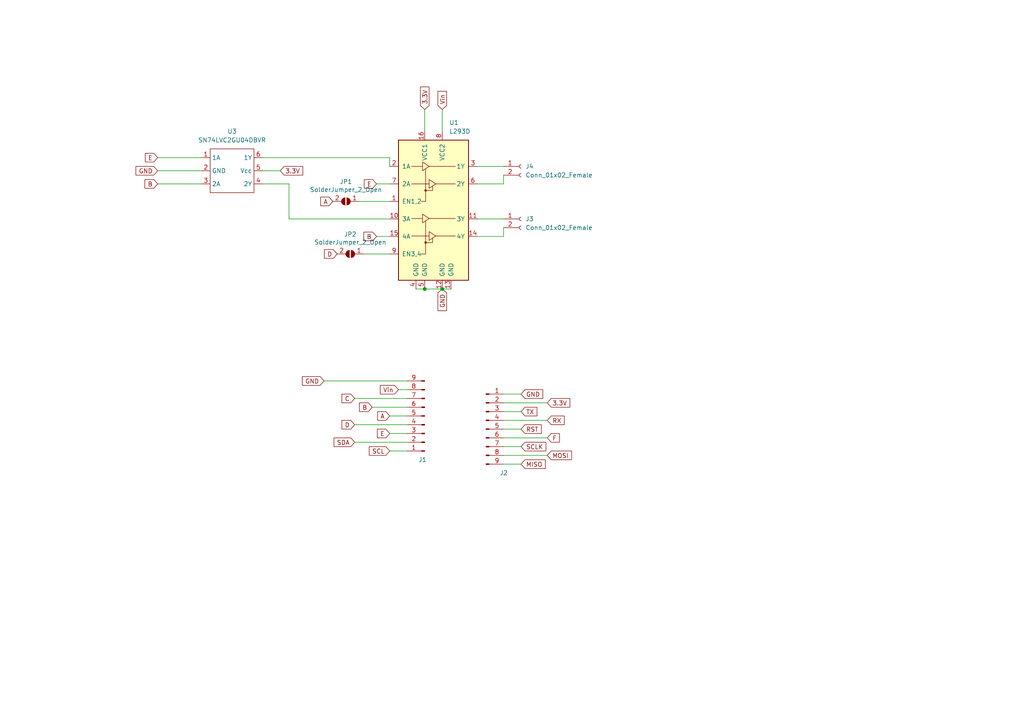
<source format=kicad_sch>
(kicad_sch (version 20211123) (generator eeschema)
  (paper "A4")
  (lib_symbols
    (symbol "Connector:Conn_01x02_Female" (pin_names (offset 1.016) hide)
      (property "Reference" "J" (at 0 2.54 0))
      (property "Value" "Conn_01x02_Female" (at 0 -5.08 0))
      (symbol "Conn_01x02_Female_1_1"
        (arc (start 0 -2.032) (mid -0.508 -2.54) (end 0 -3.048) (stroke (width 0.1524)))
        (polyline (pts (xy -1.27 -2.54) (xy -0.508 -2.54)) (stroke (width 0.1524)))
        (polyline (pts (xy -1.27 0) (xy -0.508 0)) (stroke (width 0.1524)))
        (arc (start 0 0.508) (mid -0.508 0) (end 0 -0.508) (stroke (width 0.1524)))
        (pin passive line (at -5.08 0 0) (length 3.81) (name "Pin_1") (number "1"))
        (pin passive line (at -5.08 -2.54 0) (length 3.81) (name "Pin_2") (number "2"))
      )
    )
    (symbol "Connector:Conn_01x09_Male" (pin_names (offset 1.016) hide)
      (property "Reference" "J" (at 0 12.7 0))
      (property "Value" "Conn_01x09_Male" (at 0 -12.7 0))
      (symbol "Conn_01x09_Male_1_1"
        (polyline (pts (xy 1.27 -10.16) (xy 0.8636 -10.16)) (stroke (width 0.1524)))
        (polyline (pts (xy 1.27 -7.62) (xy 0.8636 -7.62)) (stroke (width 0.1524)))
        (polyline (pts (xy 1.27 -5.08) (xy 0.8636 -5.08)) (stroke (width 0.1524)))
        (polyline (pts (xy 1.27 -2.54) (xy 0.8636 -2.54)) (stroke (width 0.1524)))
        (polyline (pts (xy 1.27 0) (xy 0.8636 0)) (stroke (width 0.1524)))
        (polyline (pts (xy 1.27 2.54) (xy 0.8636 2.54)) (stroke (width 0.1524)))
        (polyline (pts (xy 1.27 5.08) (xy 0.8636 5.08)) (stroke (width 0.1524)))
        (polyline (pts (xy 1.27 7.62) (xy 0.8636 7.62)) (stroke (width 0.1524)))
        (polyline (pts (xy 1.27 10.16) (xy 0.8636 10.16)) (stroke (width 0.1524)))
        (rectangle (start 0.8636 -10.033) (end 0 -10.287) (stroke (width 0.1524)) (fill (type outline)))
        (rectangle (start 0.8636 -7.493) (end 0 -7.747) (stroke (width 0.1524)) (fill (type outline)))
        (rectangle (start 0.8636 -4.953) (end 0 -5.207) (stroke (width 0.1524)) (fill (type outline)))
        (rectangle (start 0.8636 -2.413) (end 0 -2.667) (stroke (width 0.1524)) (fill (type outline)))
        (rectangle (start 0.8636 0.127) (end 0 -0.127) (stroke (width 0.1524)) (fill (type outline)))
        (rectangle (start 0.8636 2.667) (end 0 2.413) (stroke (width 0.1524)) (fill (type outline)))
        (rectangle (start 0.8636 5.207) (end 0 4.953) (stroke (width 0.1524)) (fill (type outline)))
        (rectangle (start 0.8636 7.747) (end 0 7.493) (stroke (width 0.1524)) (fill (type outline)))
        (rectangle (start 0.8636 10.287) (end 0 10.033) (stroke (width 0.1524)) (fill (type outline)))
        (pin passive line (at 5.08 10.16 180) (length 3.81) (name "Pin_1") (number "1"))
        (pin passive line (at 5.08 7.62 180) (length 3.81) (name "Pin_2") (number "2"))
        (pin passive line (at 5.08 5.08 180) (length 3.81) (name "Pin_3") (number "3"))
        (pin passive line (at 5.08 2.54 180) (length 3.81) (name "Pin_4") (number "4"))
        (pin passive line (at 5.08 0 180) (length 3.81) (name "Pin_5") (number "5"))
        (pin passive line (at 5.08 -2.54 180) (length 3.81) (name "Pin_6") (number "6"))
        (pin passive line (at 5.08 -5.08 180) (length 3.81) (name "Pin_7") (number "7"))
        (pin passive line (at 5.08 -7.62 180) (length 3.81) (name "Pin_8") (number "8"))
        (pin passive line (at 5.08 -10.16 180) (length 3.81) (name "Pin_9") (number "9"))
      )
    )
    (symbol "Driver_Motor:L293D" (pin_names (offset 1.016))
      (property "Reference" "U" (at -5.08 26.035 0))
      (property "Value" "L293D" (at -5.08 24.13 0))
      (symbol "L293D_0_1"
        (rectangle (start -10.16 22.86) (end 10.16 -17.78) (stroke (width 0.254)) (fill (type background)))
        (circle (center -2.286 -6.858) (radius 0.254) (fill (type outline)))
        (circle (center -2.286 8.255) (radius 0.254) (fill (type outline)))
        (polyline (pts (xy -6.35 -4.953) (xy -1.27 -4.953)))
        (polyline (pts (xy -6.35 0.127) (xy -3.175 0.127)))
        (polyline (pts (xy -6.35 10.16) (xy -1.27 10.16)))
        (polyline (pts (xy -6.35 15.24) (xy -3.175 15.24)))
        (polyline (pts (xy -1.27 0.127) (xy 6.35 0.127)))
        (polyline (pts (xy -1.27 15.24) (xy 6.35 15.24)))
        (polyline (pts (xy 0.635 -4.953) (xy 6.35 -4.953)))
        (polyline (pts (xy 0.635 10.16) (xy 6.35 10.16)))
        (polyline (pts (xy -2.286 -6.858) (xy -0.254 -6.858) (xy -0.254 -5.588)))
        (polyline (pts (xy -2.286 -0.635) (xy -2.286 -10.16) (xy -3.556 -10.16)))
        (polyline (pts (xy -2.286 8.255) (xy -0.254 8.255) (xy -0.254 9.525)))
        (polyline (pts (xy -2.286 14.478) (xy -2.286 5.08) (xy -3.556 5.08)))
        (polyline (pts (xy -3.175 1.397) (xy -3.175 -1.143) (xy -1.27 0.127) (xy -3.175 1.397)))
        (polyline (pts (xy -3.175 16.51) (xy -3.175 13.97) (xy -1.27 15.24) (xy -3.175 16.51)))
        (polyline (pts (xy -1.27 -3.683) (xy -1.27 -6.223) (xy 0.635 -4.953) (xy -1.27 -3.683)))
        (polyline (pts (xy -1.27 11.43) (xy -1.27 8.89) (xy 0.635 10.16) (xy -1.27 11.43)))
      )
      (symbol "L293D_1_1"
        (pin input line (at -12.7 5.08 0) (length 2.54) (name "EN1,2") (number "1"))
        (pin input line (at -12.7 0 0) (length 2.54) (name "3A") (number "10"))
        (pin output line (at 12.7 0 180) (length 2.54) (name "3Y") (number "11"))
        (pin power_in line (at 2.54 -20.32 90) (length 2.54) (name "GND") (number "12"))
        (pin power_in line (at 5.08 -20.32 90) (length 2.54) (name "GND") (number "13"))
        (pin output line (at 12.7 -5.08 180) (length 2.54) (name "4Y") (number "14"))
        (pin input line (at -12.7 -5.08 0) (length 2.54) (name "4A") (number "15"))
        (pin power_in line (at -2.54 25.4 270) (length 2.54) (name "VCC1") (number "16"))
        (pin input line (at -12.7 15.24 0) (length 2.54) (name "1A") (number "2"))
        (pin output line (at 12.7 15.24 180) (length 2.54) (name "1Y") (number "3"))
        (pin power_in line (at -5.08 -20.32 90) (length 2.54) (name "GND") (number "4"))
        (pin power_in line (at -2.54 -20.32 90) (length 2.54) (name "GND") (number "5"))
        (pin output line (at 12.7 10.16 180) (length 2.54) (name "2Y") (number "6"))
        (pin input line (at -12.7 10.16 0) (length 2.54) (name "2A") (number "7"))
        (pin power_in line (at 2.54 25.4 270) (length 2.54) (name "VCC2") (number "8"))
        (pin input line (at -12.7 -10.16 0) (length 2.54) (name "EN3,4") (number "9"))
      )
    )
    (symbol "Jumper:SolderJumper_2_Open" (pin_names (offset 0) hide)
      (property "Reference" "JP" (at 0 2.032 0))
      (property "Value" "SolderJumper_2_Open" (at 0 -2.54 0))
      (symbol "SolderJumper_2_Open_0_1"
        (arc (start -0.254 1.016) (mid -1.27 0) (end -0.254 -1.016))
        (arc (start -0.254 1.016) (mid -1.27 0) (end -0.254 -1.016) (fill (type outline)))
        (polyline (pts (xy -0.254 1.016) (xy -0.254 -1.016)))
        (polyline (pts (xy 0.254 1.016) (xy 0.254 -1.016)))
        (arc (start 0.254 -1.016) (mid 1.27 0) (end 0.254 1.016))
        (arc (start 0.254 -1.016) (mid 1.27 0) (end 0.254 1.016) (fill (type outline)))
      )
      (symbol "SolderJumper_2_Open_1_1"
        (pin passive line (at -3.81 0 0) (length 2.54) (name "A") (number "1"))
        (pin passive line (at 3.81 0 180) (length 2.54) (name "B") (number "2"))
      )
    )
    (symbol "SN74LVC2GU04DBVR_1"
      (property "Reference" "U" (at 0 0 0))
      (property "Value" "SN74LVC2GU04DBVR_1" (at 0 0 0))
      (symbol "SN74LVC2GU04DBVR_1_0_1"
        (rectangle (start -6.35 13.97) (end 6.35 1.27))
      )
      (symbol "SN74LVC2GU04DBVR_1_1_1"
        (pin input line (at -8.89 11.43 0) (length 2.54) (name "1A") (number "1"))
        (pin power_in line (at -8.89 7.62 0) (length 2.54) (name "GND") (number "2"))
        (pin input line (at -8.89 3.81 0) (length 2.54) (name "2A") (number "3"))
        (pin output line (at 8.89 3.81 180) (length 2.54) (name "2Y") (number "4"))
        (pin power_in line (at 8.89 7.62 180) (length 2.54) (name "Vcc") (number "5"))
        (pin output line (at 8.89 11.43 180) (length 2.54) (name "1Y") (number "6"))
      )
    )
  )
  (junction (at 123.19 83.82))
  (junction (at 128.27 83.82))
  (wire (pts (xy 151.13 129.54) (xy 146.05 129.54)))
  (wire (pts (xy 151.13 134.62) (xy 146.05 134.62)))
  (wire (pts (xy 151.13 114.3) (xy 146.05 114.3)))
  (wire (pts (xy 123.19 83.82) (xy 128.27 83.82)))
  (wire (pts (xy 123.19 31.75) (xy 123.19 38.1)))
  (wire (pts (xy 138.43 53.34) (xy 146.05 53.34)))
  (wire (pts (xy 104.14 58.42) (xy 113.03 58.42)))
  (wire (pts (xy 120.65 83.82) (xy 123.19 83.82)))
  (wire (pts (xy 151.13 124.46) (xy 146.05 124.46)))
  (wire (pts (xy 158.75 132.08) (xy 146.05 132.08)))
  (wire (pts (xy 138.43 68.58) (xy 146.05 68.58)))
  (wire (pts (xy 118.11 130.81) (xy 113.03 130.81)))
  (wire (pts (xy 118.11 125.73) (xy 113.03 125.73)))
  (wire (pts (xy 76.2 45.72) (xy 113.03 45.72)))
  (wire (pts (xy 118.11 123.19) (xy 102.87 123.19)))
  (wire (pts (xy 151.13 119.38) (xy 146.05 119.38)))
  (wire (pts (xy 128.27 31.75) (xy 128.27 38.1)))
  (wire (pts (xy 83.82 63.5) (xy 113.03 63.5)))
  (wire (pts (xy 45.72 49.53) (xy 58.42 49.53)))
  (wire (pts (xy 158.75 121.92) (xy 146.05 121.92)))
  (wire (pts (xy 113.03 45.72) (xy 113.03 48.26)))
  (wire (pts (xy 76.2 53.34) (xy 83.82 53.34)))
  (wire (pts (xy 45.72 45.72) (xy 58.42 45.72)))
  (wire (pts (xy 45.72 53.34) (xy 58.42 53.34)))
  (wire (pts (xy 118.11 110.49) (xy 93.98 110.49)))
  (wire (pts (xy 118.11 118.11) (xy 107.95 118.11)))
  (wire (pts (xy 109.22 53.34) (xy 113.03 53.34)))
  (wire (pts (xy 118.11 128.27) (xy 102.87 128.27)))
  (wire (pts (xy 146.05 68.58) (xy 146.05 66.04)))
  (wire (pts (xy 118.11 115.57) (xy 102.87 115.57)))
  (wire (pts (xy 109.22 68.58) (xy 113.03 68.58)))
  (wire (pts (xy 158.75 127) (xy 146.05 127)))
  (wire (pts (xy 158.75 116.84) (xy 146.05 116.84)))
  (wire (pts (xy 76.2 49.53) (xy 81.28 49.53)))
  (wire (pts (xy 138.43 63.5) (xy 146.05 63.5)))
  (wire (pts (xy 118.11 120.65) (xy 113.03 120.65)))
  (wire (pts (xy 138.43 48.26) (xy 146.05 48.26)))
  (wire (pts (xy 118.11 113.03) (xy 115.57 113.03)))
  (wire (pts (xy 146.05 53.34) (xy 146.05 50.8)))
  (wire (pts (xy 128.27 83.82) (xy 130.81 83.82)))
  (wire (pts (xy 105.41 73.66) (xy 113.03 73.66)))
  (wire (pts (xy 83.82 53.34) (xy 83.82 63.5)))
  (global_label "D" (shape input) (at 102.87 123.19 180) (property "Intersheet References" "${INTERSHEET_REFS}" (effects hide)))
  (global_label "Vin" (shape input) (at 128.27 31.75 90) (property "Intersheet References" "${INTERSHEET_REFS}" (effects hide)))
  (global_label "RST" (shape input) (at 151.13 124.46 0) (property "Intersheet References" "${INTERSHEET_REFS}" (effects hide)))
  (global_label "B" (shape input) (at 109.22 68.58 180) (property "Intersheet References" "${INTERSHEET_REFS}" (effects hide)))
  (global_label "SCLK" (shape input) (at 151.13 129.54 0) (property "Intersheet References" "${INTERSHEET_REFS}" (effects hide)))
  (global_label "A" (shape input) (at 113.03 120.65 180) (property "Intersheet References" "${INTERSHEET_REFS}" (effects hide)))
  (global_label "E" (shape input) (at 113.03 125.73 180) (property "Intersheet References" "${INTERSHEET_REFS}" (effects hide)))
  (global_label "E" (shape input) (at 45.72 45.72 180) (property "Intersheet References" "${INTERSHEET_REFS}" (effects hide)))
  (global_label "D" (shape input) (at 97.79 73.66 180) (property "Intersheet References" "${INTERSHEET_REFS}" (effects hide)))
  (global_label "B" (shape input) (at 45.72 53.34 180) (property "Intersheet References" "${INTERSHEET_REFS}" (effects hide)))
  (global_label "3.3V" (shape input) (at 81.28 49.53 0) (property "Intersheet References" "${INTERSHEET_REFS}" (effects hide)))
  (global_label "B" (shape input) (at 107.95 118.11 180) (property "Intersheet References" "${INTERSHEET_REFS}" (effects hide)))
  (global_label "MISO" (shape input) (at 151.13 134.62 0) (property "Intersheet References" "${INTERSHEET_REFS}" (effects hide)))
  (global_label "E" (shape input) (at 109.22 53.34 180) (property "Intersheet References" "${INTERSHEET_REFS}" (effects hide)))
  (global_label "A" (shape input) (at 96.52 58.42 180) (property "Intersheet References" "${INTERSHEET_REFS}" (effects hide)))
  (global_label "GND" (shape input) (at 45.72 49.53 180) (property "Intersheet References" "${INTERSHEET_REFS}" (effects hide)))
  (global_label "C" (shape input) (at 102.87 115.57 180) (property "Intersheet References" "${INTERSHEET_REFS}" (effects hide)))
  (global_label "SCL" (shape input) (at 113.03 130.81 180) (property "Intersheet References" "${INTERSHEET_REFS}" (effects hide)))
  (global_label "GND" (shape input) (at 93.98 110.49 180) (property "Intersheet References" "${INTERSHEET_REFS}" (effects hide)))
  (global_label "F" (shape input) (at 158.75 127 0) (property "Intersheet References" "${INTERSHEET_REFS}" (effects hide)))
  (global_label "GND" (shape input) (at 128.27 83.82 270) (property "Intersheet References" "${INTERSHEET_REFS}" (effects hide)))
  (global_label "TX" (shape input) (at 151.13 119.38 0) (property "Intersheet References" "${INTERSHEET_REFS}" (effects hide)))
  (global_label "3.3V" (shape input) (at 158.75 116.84 0) (property "Intersheet References" "${INTERSHEET_REFS}" (effects hide)))
  (global_label "3.3V" (shape input) (at 123.19 31.75 90) (property "Intersheet References" "${INTERSHEET_REFS}" (effects hide)))
  (global_label "GND" (shape input) (at 151.13 114.3 0) (property "Intersheet References" "${INTERSHEET_REFS}" (effects hide)))
  (global_label "Vin" (shape input) (at 115.57 113.03 180) (property "Intersheet References" "${INTERSHEET_REFS}" (effects hide)))
  (global_label "MOSI" (shape input) (at 158.75 132.08 0) (property "Intersheet References" "${INTERSHEET_REFS}" (effects hide)))
  (global_label "SDA" (shape input) (at 102.87 128.27 180) (property "Intersheet References" "${INTERSHEET_REFS}" (effects hide)))
  (global_label "RX" (shape input) (at 158.75 121.92 0) (property "Intersheet References" "${INTERSHEET_REFS}" (effects hide)))
  (symbol (lib_id "Connector:Conn_01x02_Female") (at 151.13 48.26 0) (unit 1)
    (property "Reference" "J4" (at 152.4 48.2599 0) (effects (justify left)))
    (property "Value" "Conn_01x02_Female" (at 152.4 50.7999 0) (effects (justify left)))
    (property "Footprint" "Connector_JST:JST_XH_B2B-XH-A_1x02_P2.50mm_Vertical" (effects hide))
  )
  (symbol (lib_id "Connector:Conn_01x09_Male") (at 123.19 120.65 180) (unit 1)
    (property "Reference" "J1" (at 122.555 133.35 0))
    (property "Value" "Conn_01x08_Male" (effects hide))
    (property "Footprint" "Connector_PinHeader_2.54mm:PinHeader_1x09_P2.54mm_Vertical" (effects hide))
  )
  (symbol (lib_id "Connector:Conn_01x09_Male") (at 140.97 124.46 0) (unit 1)
    (property "Reference" "J2" (at 147.32 137.16 0) (effects (justify right)))
    (property "Value" "Conn_01x08_Male" (effects hide))
    (property "Footprint" "Connector_PinHeader_2.54mm:PinHeader_1x09_P2.54mm_Vertical" (effects hide))
  )
  (symbol (lib_id "Connector:Conn_01x02_Female") (at 151.13 63.5 0) (unit 1)
    (property "Reference" "J3" (at 152.4 63.4999 0) (effects (justify left)))
    (property "Value" "Conn_01x02_Female" (at 152.4 66.0399 0) (effects (justify left)))
    (property "Footprint" "Connector_JST:JST_XH_B2B-XH-A_1x02_P2.50mm_Vertical" (effects hide))
  )
  (symbol (lib_id "Jumper:SolderJumper_2_Open") (at 100.33 58.42 180) (unit 1)
    (property "Reference" "JP1" (at 100.33 52.705 0))
    (property "Value" "SolderJumper_2_Open" (at 100.33 55.0164 0))
    (property "Footprint" "Jumper:SolderJumper-2_P1.3mm_Open_RoundedPad1.0x1.5mm" (effects hide))
  )
  (symbol (lib_id "Driver_Motor:L293D") (at 125.73 63.5 0) (unit 1)
    (property "Reference" "U1" (at 130.2894 35.56 0) (effects (justify left)))
    (property "Value" "L293D" (at 130.2894 38.1 0) (effects (justify left)))
    (property "Footprint" "Package_DIP:DIP-16_W7.62mm" (effects hide))
    (property "Datasheet" "http://www.ti.com/lit/ds/symlink/l293.pdf" (effects hide))
  )
  (symbol (lib_name "SN74LVC2GU04DBVR_1") (lib_id "Suat:SN74LVC2GU04DBVR") (at 67.31 57.15 0) (unit 1)
    (property "Reference" "U3" (at 67.31 38.1 0))
    (property "Value" "SN74LVC2GU04DBVR" (at 67.31 40.64 0))
    (property "Footprint" "Package_TO_SOT_SMD:SOT-23-6_Handsoldering" (effects hide))
  )
  (symbol (lib_id "Jumper:SolderJumper_2_Open") (at 101.6 73.66 180) (unit 1)
    (property "Reference" "JP2" (at 101.6 67.945 0))
    (property "Value" "SolderJumper_2_Open" (at 101.6 70.2564 0))
    (property "Footprint" "Jumper:SolderJumper-2_P1.3mm_Open_RoundedPad1.0x1.5mm" (effects hide))
  )
)
</source>
